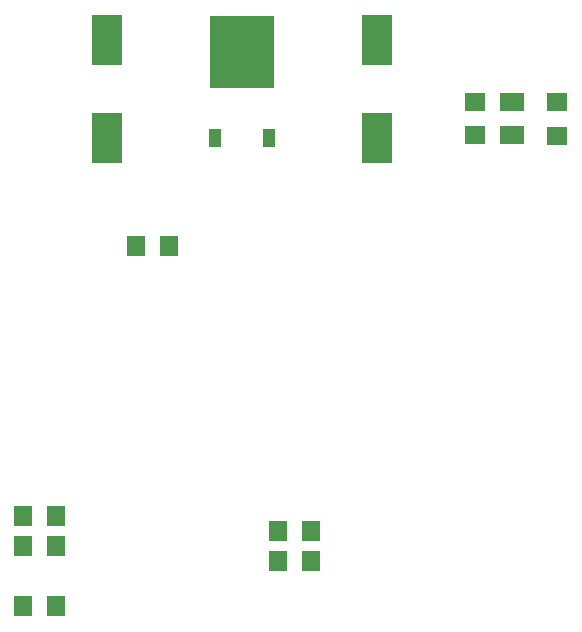
<source format=gtp>
G75*
%MOIN*%
%OFA0B0*%
%FSLAX25Y25*%
%IPPOS*%
%LPD*%
%AMOC8*
5,1,8,0,0,1.08239X$1,22.5*
%
%ADD10R,0.09843X0.16929*%
%ADD11R,0.07087X0.06299*%
%ADD12R,0.06299X0.07087*%
%ADD13R,0.21260X0.24409*%
%ADD14R,0.03937X0.06299*%
%ADD15R,0.07098X0.06299*%
%ADD16R,0.07874X0.06299*%
%ADD17R,0.06299X0.07098*%
D10*
X0118500Y0234661D03*
X0118500Y0267339D03*
X0208500Y0267339D03*
X0208500Y0234661D03*
D11*
X0241000Y0235488D03*
X0241000Y0246512D03*
D12*
X0090488Y0078500D03*
X0101512Y0078500D03*
X0101512Y0098500D03*
X0101512Y0108500D03*
X0090488Y0108500D03*
X0090488Y0098500D03*
X0175488Y0093500D03*
X0186512Y0093500D03*
X0186512Y0103500D03*
X0175488Y0103500D03*
D13*
X0163500Y0263343D03*
D14*
X0154524Y0234602D03*
X0172476Y0234602D03*
D15*
X0268500Y0235402D03*
X0268500Y0246598D03*
D16*
X0253500Y0246512D03*
X0253500Y0235488D03*
D17*
X0139098Y0198500D03*
X0127902Y0198500D03*
M02*

</source>
